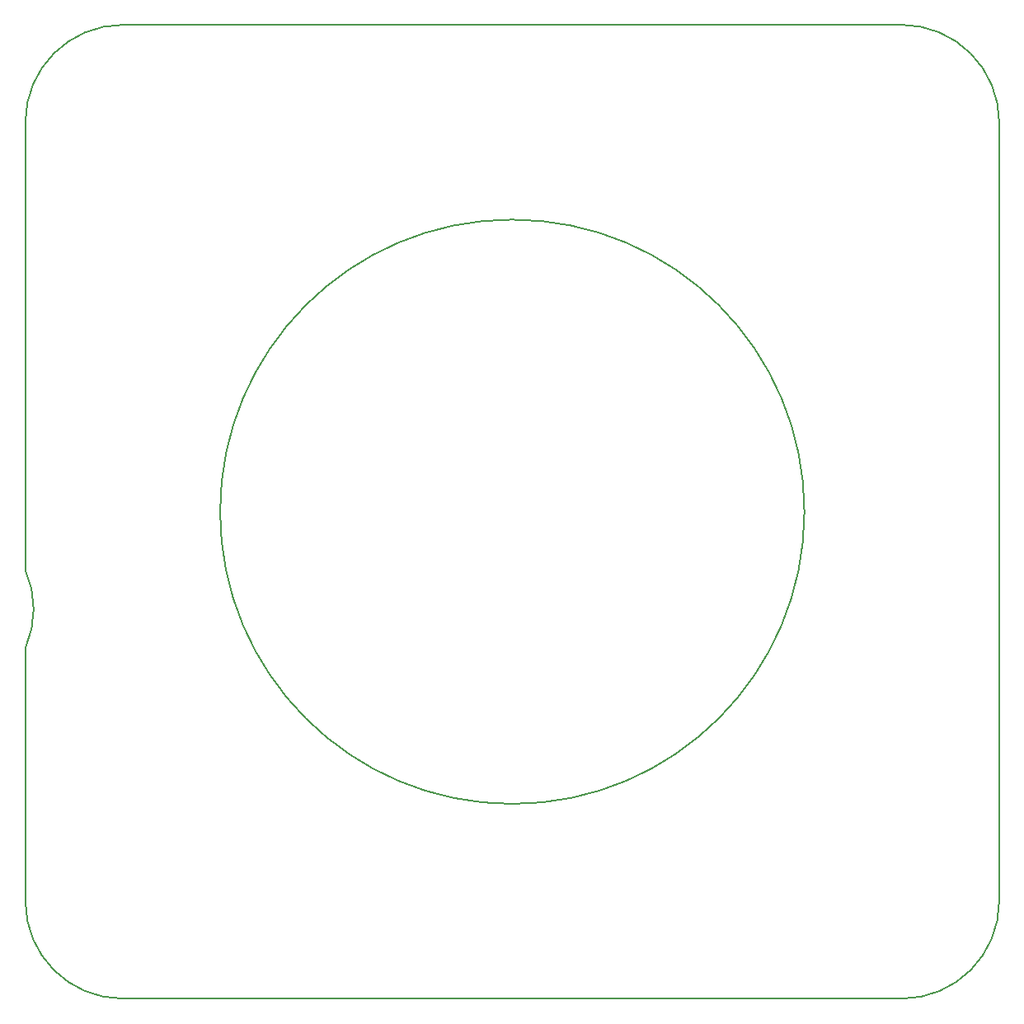
<source format=gm1>
G04 #@! TF.GenerationSoftware,KiCad,Pcbnew,5.0.2-bee76a0~70~ubuntu18.04.1*
G04 #@! TF.CreationDate,2019-04-27T16:39:52+02:00*
G04 #@! TF.ProjectId,pcbtc,70636274-632e-46b6-9963-61645f706362,rev?*
G04 #@! TF.SameCoordinates,Original*
G04 #@! TF.FileFunction,Profile,NP*
%FSLAX46Y46*%
G04 Gerber Fmt 4.6, Leading zero omitted, Abs format (unit mm)*
G04 Created by KiCad (PCBNEW 5.0.2-bee76a0~70~ubuntu18.04.1) date Sa 27 Apr 2019 16:39:52 CEST*
%MOMM*%
%LPD*%
G01*
G04 APERTURE LIST*
%ADD10C,0.200000*%
%ADD11C,0.150000*%
G04 APERTURE END LIST*
D10*
X180000000Y-80000000D02*
G75*
G03X180000000Y-80000000I-30000000J0D01*
G01*
D11*
X99999998Y-86000000D02*
G75*
G02X99999999Y-93999999I-8999998J-4000000D01*
G01*
X100000000Y-120000000D02*
X100000000Y-94000000D01*
X110000000Y-130000000D02*
G75*
G02X100000000Y-120000000I0J10000000D01*
G01*
X200000000Y-120000000D02*
G75*
G02X190000000Y-130000000I-10000000J0D01*
G01*
X190000000Y-30000000D02*
G75*
G02X200000000Y-40000000I0J-10000000D01*
G01*
X100000000Y-40000000D02*
G75*
G02X110000000Y-30000000I10000000J0D01*
G01*
D10*
X100000000Y-86000000D02*
X100000000Y-40000000D01*
X190000000Y-130000000D02*
X110000000Y-130000000D01*
X200000000Y-40000000D02*
X200000000Y-120000000D01*
X110000000Y-30000000D02*
X190000000Y-30000000D01*
M02*

</source>
